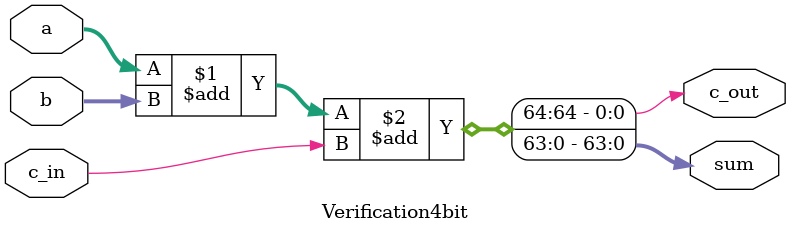
<source format=v>
module Verification4bit(sum, c_out, a, b, c_in);
    input c_in; 
	input [63:0] a, b; 
	output [63:0] sum;
	output c_out;
	assign {c_out, sum} = a + b + c_in;
endmodule
</source>
